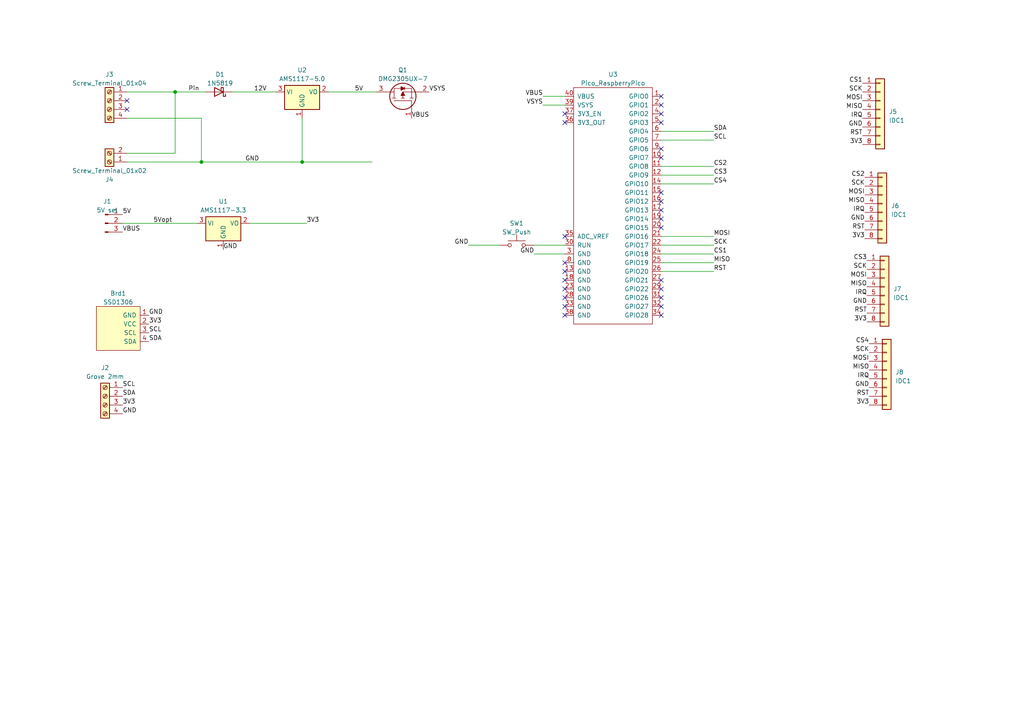
<source format=kicad_sch>
(kicad_sch (version 20230121) (generator eeschema)
  (paper "A4")
  (title_block (title "Pico Rfd 522 ") (date "2025-09-07") (rev "1."))
  (lib_symbols
    (symbol "Connector:Conn_01x03_Pin" (pin_names (offset 1.016) hide)
      (property "Reference" "J" (at 0 5.08 0))
      (property "Value" "Conn_01x03_Pin" (at 0 -5.08 0))
      (symbol "Conn_01x03_Pin_1_1"
        (polyline (pts (xy 1.27 -2.54) (xy 0.8636 -2.54)) (stroke (width 0.1524)))
        (polyline (pts (xy 1.27 0) (xy 0.8636 0)) (stroke (width 0.1524)))
        (polyline (pts (xy 1.27 2.54) (xy 0.8636 2.54)) (stroke (width 0.1524)))
        (rectangle (start 0.8636 -2.413) (end 0 -2.667) (stroke (width 0.1524)) (fill (type outline)))
        (rectangle (start 0.8636 0.127) (end 0 -0.127) (stroke (width 0.1524)) (fill (type outline)))
        (rectangle (start 0.8636 2.667) (end 0 2.413) (stroke (width 0.1524)) (fill (type outline)))
        (pin passive line (at 5.08 2.54 180) (length 3.81) (name "Pin_1") (number "1"))
        (pin passive line (at 5.08 0 180) (length 3.81) (name "Pin_2") (number "2"))
        (pin passive line (at 5.08 -2.54 180) (length 3.81) (name "Pin_3") (number "3"))
      )
    )
    (symbol "Connector:Screw_Terminal_01x02" (pin_names (offset 1.016) hide)
      (property "Reference" "J" (at 0 2.54 0))
      (property "Value" "Screw_Terminal_01x02" (at 0 -5.08 0))
      (symbol "Screw_Terminal_01x02_1_1"
        (rectangle (start -1.27 1.27) (end 1.27 -3.81) (stroke (width 0.254)) (fill (type background)))
        (circle (center 0 -2.54) (radius 0.635) (stroke (width 0.1524)))
        (polyline (pts (xy -0.5334 -2.2098) (xy 0.3302 -3.048)) (stroke (width 0.1524)))
        (polyline (pts (xy -0.5334 0.3302) (xy 0.3302 -0.508)) (stroke (width 0.1524)))
        (polyline (pts (xy -0.3556 -2.032) (xy 0.508 -2.8702)) (stroke (width 0.1524)))
        (polyline (pts (xy -0.3556 0.508) (xy 0.508 -0.3302)) (stroke (width 0.1524)))
        (circle (center 0 0) (radius 0.635) (stroke (width 0.1524)))
        (pin passive line (at -5.08 0 0) (length 3.81) (name "Pin_1") (number "1"))
        (pin passive line (at -5.08 -2.54 0) (length 3.81) (name "Pin_2") (number "2"))
      )
    )
    (symbol "Connector:Screw_Terminal_01x04" (pin_names (offset 1.016) hide)
      (property "Reference" "J" (at 0 5.08 0))
      (property "Value" "Screw_Terminal_01x04" (at 0 -7.62 0))
      (symbol "Screw_Terminal_01x04_1_1"
        (rectangle (start -1.27 3.81) (end 1.27 -6.35) (stroke (width 0.254)) (fill (type background)))
        (circle (center 0 -5.08) (radius 0.635) (stroke (width 0.1524)))
        (circle (center 0 -2.54) (radius 0.635) (stroke (width 0.1524)))
        (polyline (pts (xy -0.5334 -4.7498) (xy 0.3302 -5.588)) (stroke (width 0.1524)))
        (polyline (pts (xy -0.5334 -2.2098) (xy 0.3302 -3.048)) (stroke (width 0.1524)))
        (polyline (pts (xy -0.5334 0.3302) (xy 0.3302 -0.508)) (stroke (width 0.1524)))
        (polyline (pts (xy -0.5334 2.8702) (xy 0.3302 2.032)) (stroke (width 0.1524)))
        (polyline (pts (xy -0.3556 -4.572) (xy 0.508 -5.4102)) (stroke (width 0.1524)))
        (polyline (pts (xy -0.3556 -2.032) (xy 0.508 -2.8702)) (stroke (width 0.1524)))
        (polyline (pts (xy -0.3556 0.508) (xy 0.508 -0.3302)) (stroke (width 0.1524)))
        (polyline (pts (xy -0.3556 3.048) (xy 0.508 2.2098)) (stroke (width 0.1524)))
        (circle (center 0 0) (radius 0.635) (stroke (width 0.1524)))
        (circle (center 0 2.54) (radius 0.635) (stroke (width 0.1524)))
        (pin passive line (at -5.08 2.54 0) (length 3.81) (name "Pin_1") (number "1"))
        (pin passive line (at -5.08 0 0) (length 3.81) (name "Pin_2") (number "2"))
        (pin passive line (at -5.08 -2.54 0) (length 3.81) (name "Pin_3") (number "3"))
        (pin passive line (at -5.08 -5.08 0) (length 3.81) (name "Pin_4") (number "4"))
      )
    )
    (symbol "Connector_Generic:Conn_01x08" (pin_names (offset 1.016) hide)
      (property "Reference" "J" (at 0 10.16 0))
      (property "Value" "Conn_01x08" (at 0 -12.7 0))
      (symbol "Conn_01x08_1_1"
        (rectangle (start -1.27 -10.033) (end 0 -10.287) (stroke (width 0.1524)))
        (rectangle (start -1.27 -7.493) (end 0 -7.747) (stroke (width 0.1524)))
        (rectangle (start -1.27 -4.953) (end 0 -5.207) (stroke (width 0.1524)))
        (rectangle (start -1.27 -2.413) (end 0 -2.667) (stroke (width 0.1524)))
        (rectangle (start -1.27 0.127) (end 0 -0.127) (stroke (width 0.1524)))
        (rectangle (start -1.27 2.667) (end 0 2.413) (stroke (width 0.1524)))
        (rectangle (start -1.27 5.207) (end 0 4.953) (stroke (width 0.1524)))
        (rectangle (start -1.27 7.747) (end 0 7.493) (stroke (width 0.1524)))
        (rectangle (start -1.27 8.89) (end 1.27 -11.43) (stroke (width 0.254)) (fill (type background)))
        (pin passive line (at -5.08 7.62 0) (length 3.81) (name "Pin_1") (number "1"))
        (pin passive line (at -5.08 5.08 0) (length 3.81) (name "Pin_2") (number "2"))
        (pin passive line (at -5.08 2.54 0) (length 3.81) (name "Pin_3") (number "3"))
        (pin passive line (at -5.08 0 0) (length 3.81) (name "Pin_4") (number "4"))
        (pin passive line (at -5.08 -2.54 0) (length 3.81) (name "Pin_5") (number "5"))
        (pin passive line (at -5.08 -5.08 0) (length 3.81) (name "Pin_6") (number "6"))
        (pin passive line (at -5.08 -7.62 0) (length 3.81) (name "Pin_7") (number "7"))
        (pin passive line (at -5.08 -10.16 0) (length 3.81) (name "Pin_8") (number "8"))
      )
    )
    (symbol "DMG2305UX-7:DMG2305UX-7" (pin_names (offset 0.762))
      (property "Reference" "Q" (at 11.43 3.81 0))
      (property "Value" "DMG2305UX-7" (at 11.43 1.27 0))
      (symbol "DMG2305UX-7_0_0"
        (pin passive line (at 0 0 0) (length 2.54) (name "~") (number "1"))
        (pin passive line (at 7.62 -5.08 90) (length 2.54) (name "~") (number "2"))
        (pin passive line (at 7.62 10.16 270) (length 2.54) (name "~") (number "3"))
      )
      (symbol "DMG2305UX-7_0_1"
        (polyline (pts (xy 5.842 -0.508) (xy 5.842 0.508)) (stroke (width 0.1524)))
        (polyline (pts (xy 5.842 0) (xy 7.62 0)) (stroke (width 0.1524)))
        (polyline (pts (xy 5.842 2.032) (xy 5.842 3.048)) (stroke (width 0.1524)))
        (polyline (pts (xy 5.842 5.588) (xy 5.842 4.572)) (stroke (width 0.1524)))
        (polyline (pts (xy 7.62 2.54) (xy 5.842 2.54)) (stroke (width 0.1524)))
        (polyline (pts (xy 7.62 2.54) (xy 7.62 -2.54)) (stroke (width 0.1524)))
        (polyline (pts (xy 7.62 5.08) (xy 5.842 5.08)) (stroke (width 0.1524)))
        (polyline (pts (xy 7.62 5.08) (xy 7.62 7.62)) (stroke (width 0.1524)))
        (polyline (pts (xy 8.128 2.032) (xy 9.144 2.032)) (stroke (width 0.1524)))
        (polyline (pts (xy 2.54 0) (xy 5.08 0) (xy 5.08 5.08)) (stroke (width 0.1524)))
        (polyline (pts (xy 8.636 2.032) (xy 8.636 0) (xy 7.62 0)) (stroke (width 0.1524)))
        (polyline (pts (xy 8.636 3.048) (xy 8.636 5.08) (xy 7.62 5.08)) (stroke (width 0.1524)))
        (polyline (pts (xy 7.62 2.54) (xy 6.604 3.048) (xy 6.604 2.032) (xy 7.62 2.54)) (stroke (width 0.254)) (fill (type outline)))
        (polyline (pts (xy 8.636 2.032) (xy 8.128 3.048) (xy 9.144 3.048) (xy 8.636 2.032)) (stroke (width 0.254)) (fill (type outline)))
        (circle (center 6.35 2.54) (radius 3.81) (stroke (width 0.254)))
      )
    )
    (symbol "Diode:1N5819" (pin_numbers hide) (pin_names (offset 1.016) hide)
      (property "Reference" "D" (at 0 2.54 0))
      (property "Value" "1N5819" (at 0 -2.54 0))
      (symbol "1N5819_0_1"
        (polyline (pts (xy 1.27 0) (xy -1.27 0)))
        (polyline (pts (xy 1.27 1.27) (xy 1.27 -1.27) (xy -1.27 0) (xy 1.27 1.27)) (stroke (width 0.254)))
        (polyline (pts (xy -1.905 0.635) (xy -1.905 1.27) (xy -1.27 1.27) (xy -1.27 -1.27) (xy -0.635 -1.27) (xy -0.635 -0.635)) (stroke (width 0.254)))
      )
      (symbol "1N5819_1_1"
        (pin passive line (at -3.81 0 0) (length 2.54) (name "K") (number "1"))
        (pin passive line (at 3.81 0 180) (length 2.54) (name "A") (number "2"))
      )
    )
    (symbol "PicoNoSwd:RaspberryPico-Pico" (pin_names (offset 1.016))
      (property "Reference" "U" (at -21.59 3.81 0))
      (property "Value" "Pico_RaspberryPico" (at -15.24 -67.31 0))
      (symbol "RaspberryPico-Pico_0_1"
        (rectangle (start -22.86 2.54) (end 0 -66.04))
      )
      (symbol "RaspberryPico-Pico_1_1"
        (pin bidirectional line (at 2.54 0 180) (length 2.54) (name "GPIO0") (number "1"))
        (pin bidirectional line (at 2.54 -17.78 180) (length 2.54) (name "GPIO7") (number "10"))
        (pin bidirectional line (at 2.54 -20.32 180) (length 2.54) (name "GPIO8") (number "11"))
        (pin bidirectional line (at 2.54 -22.86 180) (length 2.54) (name "GPIO9") (number "12"))
        (pin power_in line (at -25.4 -50.8 0) (length 2.54) (name "GND") (number "13"))
        (pin bidirectional line (at 2.54 -25.4 180) (length 2.54) (name "GPIO10") (number "14"))
        (pin bidirectional line (at 2.54 -27.94 180) (length 2.54) (name "GPIO11") (number "15"))
        (pin bidirectional line (at 2.54 -30.48 180) (length 2.54) (name "GPIO12") (number "16"))
        (pin bidirectional line (at 2.54 -33.02 180) (length 2.54) (name "GPIO13") (number "17"))
        (pin power_in line (at -25.4 -53.34 0) (length 2.54) (name "GND") (number "18"))
        (pin bidirectional line (at 2.54 -35.56 180) (length 2.54) (name "GPIO14") (number "19"))
        (pin bidirectional line (at 2.54 -2.54 180) (length 2.54) (name "GPIO1") (number "2"))
        (pin bidirectional line (at 2.54 -38.1 180) (length 2.54) (name "GPIO15") (number "20"))
        (pin bidirectional line (at 2.54 -40.64 180) (length 2.54) (name "GPIO16") (number "21"))
        (pin bidirectional line (at 2.54 -43.18 180) (length 2.54) (name "GPIO17") (number "22"))
        (pin power_in line (at -25.4 -55.88 0) (length 2.54) (name "GND") (number "23"))
        (pin bidirectional line (at 2.54 -45.72 180) (length 2.54) (name "GPIO18") (number "24"))
        (pin bidirectional line (at 2.54 -48.26 180) (length 2.54) (name "GPIO19") (number "25"))
        (pin bidirectional line (at 2.54 -50.8 180) (length 2.54) (name "GPIO20") (number "26"))
        (pin bidirectional line (at 2.54 -53.34 180) (length 2.54) (name "GPIO21") (number "27"))
        (pin power_in line (at -25.4 -58.42 0) (length 2.54) (name "GND") (number "28"))
        (pin bidirectional line (at 2.54 -55.88 180) (length 2.54) (name "GPIO22") (number "29"))
        (pin power_in line (at -25.4 -45.72 0) (length 2.54) (name "GND") (number "3"))
        (pin input line (at -25.4 -43.18 0) (length 2.54) (name "RUN") (number "30"))
        (pin bidirectional line (at 2.54 -58.42 180) (length 2.54) (name "GPIO26") (number "31"))
        (pin bidirectional line (at 2.54 -60.96 180) (length 2.54) (name "GPIO27") (number "32"))
        (pin power_in line (at -25.4 -60.96 0) (length 2.54) (name "GND") (number "33"))
        (pin bidirectional line (at 2.54 -63.5 180) (length 2.54) (name "GPIO28") (number "34"))
        (pin input line (at -25.4 -40.64 0) (length 2.54) (name "ADC_VREF") (number "35"))
        (pin power_out line (at -25.4 -7.62 0) (length 2.54) (name "3V3_OUT") (number "36"))
        (pin input line (at -25.4 -5.08 0) (length 2.54) (name "3V3_EN") (number "37"))
        (pin power_in line (at -25.4 -63.5 0) (length 2.54) (name "GND") (number "38"))
        (pin power_in line (at -25.4 -2.54 0) (length 2.54) (name "VSYS") (number "39"))
        (pin bidirectional line (at 2.54 -5.08 180) (length 2.54) (name "GPIO2") (number "4"))
        (pin power_in line (at -25.4 0 0) (length 2.54) (name "VBUS") (number "40"))
        (pin bidirectional line (at 2.54 -7.62 180) (length 2.54) (name "GPIO3") (number "5"))
        (pin bidirectional line (at 2.54 -10.16 180) (length 2.54) (name "GPIO4") (number "6"))
        (pin bidirectional line (at 2.54 -12.7 180) (length 2.54) (name "GPIO5") (number "7"))
        (pin power_in line (at -25.4 -48.26 0) (length 2.54) (name "GND") (number "8"))
        (pin bidirectional line (at 2.54 -15.24 180) (length 2.54) (name "GPIO6") (number "9"))
      )
    )
    (symbol "Regulator_Linear:AMS1117-3.3"
      (property "Reference" "U" (at -3.81 3.175 0))
      (property "Value" "AMS1117-3.3" (at 0 3.175 0))
      (symbol "AMS1117-3.3_0_1"
        (rectangle (start -5.08 -5.08) (end 5.08 1.905) (stroke (width 0.254)) (fill (type background)))
      )
      (symbol "AMS1117-3.3_1_1"
        (pin power_in line (at 0 -7.62 90) (length 2.54) (name "GND") (number "1"))
        (pin power_out line (at 7.62 0 180) (length 2.54) (name "VO") (number "2"))
        (pin power_in line (at -7.62 0 0) (length 2.54) (name "VI") (number "3"))
      )
    )
    (symbol "Regulator_Linear:AMS1117-5.0"
      (property "Reference" "U" (at -3.81 3.175 0))
      (property "Value" "AMS1117-5.0" (at 0 3.175 0))
      (symbol "AMS1117-5.0_0_1"
        (rectangle (start -5.08 -5.08) (end 5.08 1.905) (stroke (width 0.254)) (fill (type background)))
      )
      (symbol "AMS1117-5.0_1_1"
        (pin power_in line (at 0 -7.62 90) (length 2.54) (name "GND") (number "1"))
        (pin power_out line (at 7.62 0 180) (length 2.54) (name "VO") (number "2"))
        (pin power_in line (at -7.62 0 0) (length 2.54) (name "VI") (number "3"))
      )
    )
    (symbol "SSD1306:SSD1306" (pin_names (offset 1.016))
      (property "Reference" "Brd" (at 0 -3.81 0))
      (property "Value" "SSD1306" (at 0 -1.27 0))
      (symbol "SSD1306_0_1"
        (rectangle (start -6.35 6.35) (end 6.35 -6.35) (fill (type background)))
      )
      (symbol "SSD1306_1_1"
        (pin input line (at -3.81 8.89 270) (length 2.54) (name "GND") (number "1"))
        (pin input line (at -1.27 8.89 270) (length 2.54) (name "VCC") (number "2"))
        (pin input line (at 1.27 8.89 270) (length 2.54) (name "SCL") (number "3"))
        (pin input line (at 3.81 8.89 270) (length 2.54) (name "SDA") (number "4"))
      )
    )
    (symbol "Switch:SW_Push" (pin_numbers hide) (pin_names (offset 1.016) hide)
      (property "Reference" "SW" (at 1.27 2.54 0))
      (property "Value" "SW_Push" (at 0 -1.524 0))
      (symbol "SW_Push_0_1"
        (circle (center -2.032 0) (radius 0.508))
        (polyline (pts (xy 0 1.27) (xy 0 3.048)))
        (polyline (pts (xy 2.54 1.27) (xy -2.54 1.27)))
        (circle (center 2.032 0) (radius 0.508))
        (pin passive line (at -5.08 0 0) (length 2.54) (name "1") (number "1"))
        (pin passive line (at 5.08 0 180) (length 2.54) (name "2") (number "2"))
      )
    )
  )
  (junction (at 58.42 46.99))
  (junction (at 50.8 26.67))
  (junction (at 87.63 46.99))
  (no_connect (at 191.77 83.82))
  (no_connect (at 163.83 33.02))
  (no_connect (at 163.83 91.44))
  (no_connect (at 191.77 30.48))
  (no_connect (at 163.83 83.82))
  (no_connect (at 191.77 66.04))
  (no_connect (at 163.83 78.74))
  (no_connect (at 36.83 29.21))
  (no_connect (at 163.83 76.2))
  (no_connect (at 163.83 81.28))
  (no_connect (at 191.77 60.96))
  (no_connect (at 191.77 88.9))
  (no_connect (at 163.83 86.36))
  (no_connect (at 163.83 68.58))
  (no_connect (at 191.77 33.02))
  (no_connect (at 191.77 45.72))
  (no_connect (at 163.83 35.56))
  (no_connect (at 191.77 91.44))
  (no_connect (at 191.77 63.5))
  (no_connect (at 191.77 27.94))
  (no_connect (at 163.83 88.9))
  (no_connect (at 191.77 58.42))
  (no_connect (at 191.77 86.36))
  (no_connect (at 191.77 35.56))
  (no_connect (at 191.77 55.88))
  (no_connect (at 36.83 31.75))
  (no_connect (at 191.77 43.18))
  (no_connect (at 191.77 81.28))
  (wire (pts (xy 36.83 46.99) (xy 58.42 46.99)))
  (wire (pts (xy 50.8 26.67) (xy 59.69 26.67)))
  (wire (pts (xy 191.77 71.12) (xy 207.01 71.12)))
  (wire (pts (xy 95.25 26.67) (xy 109.22 26.67)))
  (wire (pts (xy 157.48 27.94) (xy 163.83 27.94)))
  (wire (pts (xy 135.89 71.12) (xy 144.78 71.12)))
  (wire (pts (xy 157.48 30.48) (xy 163.83 30.48)))
  (wire (pts (xy 87.63 34.29) (xy 87.63 46.99)))
  (wire (pts (xy 58.42 34.29) (xy 58.42 46.99)))
  (wire (pts (xy 191.77 40.64) (xy 207.01 40.64)))
  (wire (pts (xy 36.83 34.29) (xy 58.42 34.29)))
  (wire (pts (xy 191.77 78.74) (xy 207.01 78.74)))
  (wire (pts (xy 191.77 53.34) (xy 207.01 53.34)))
  (wire (pts (xy 36.83 44.45) (xy 50.8 44.45)))
  (wire (pts (xy 35.56 64.77) (xy 57.15 64.77)))
  (wire (pts (xy 154.94 73.66) (xy 163.83 73.66)))
  (wire (pts (xy 72.39 64.77) (xy 88.9 64.77)))
  (wire (pts (xy 191.77 68.58) (xy 207.01 68.58)))
  (wire (pts (xy 154.94 71.12) (xy 163.83 71.12)))
  (wire (pts (xy 191.77 48.26) (xy 207.01 48.26)))
  (wire (pts (xy 191.77 38.1) (xy 207.01 38.1)))
  (wire (pts (xy 191.77 73.66) (xy 207.01 73.66)))
  (wire (pts (xy 58.42 46.99) (xy 87.63 46.99)))
  (wire (pts (xy 36.83 26.67) (xy 50.8 26.67)))
  (wire (pts (xy 50.8 44.45) (xy 50.8 26.67)))
  (wire (pts (xy 191.77 76.2) (xy 207.01 76.2)))
  (wire (pts (xy 67.31 26.67) (xy 80.01 26.67)))
  (wire (pts (xy 87.63 46.99) (xy 107.95 46.99)))
  (wire (pts (xy 191.77 50.8) (xy 207.01 50.8)))
  (label "12V" (at 73.66 26.67 0))
  (label "SDA" (at 35.56 114.935 0))
  (label "SCK" (at 207.01 71.12 0))
  (label "GND" (at 250.825 64.135 180))
  (label "MOSI" (at 251.46 80.645 180))
  (label "SCL" (at 35.56 112.395 0))
  (label "MISO" (at 250.19 31.75 180))
  (label "3V3" (at 43.18 93.98 0))
  (label "SCK" (at 250.825 53.975 180))
  (label "IRQ" (at 252.095 109.855 180))
  (label "CS3" (at 251.46 75.565 180))
  (label "RST" (at 207.01 78.74 0))
  (label "GND" (at 135.89 71.12 180))
  (label "RST" (at 250.19 39.37 180))
  (label "SCK" (at 251.46 78.105 180))
  (label "GND" (at 64.77 72.39 0))
  (label "VBUS" (at 35.56 67.31 0))
  (label "VSYS" (at 124.46 26.67 0))
  (label "CS4" (at 252.095 99.695 180))
  (label "SCL" (at 43.18 96.52 0))
  (label "3V3" (at 252.095 117.475 180))
  (label "MOSI" (at 250.19 29.21 180))
  (label "5Vopt" (at 44.45 64.77 0))
  (label "Pin" (at 54.61 26.67 0))
  (label "CS2" (at 207.01 48.26 0))
  (label "3V3" (at 35.56 117.475 0))
  (label "CS3" (at 207.01 50.8 0))
  (label "SDA" (at 43.18 99.06 0))
  (label "MOSI" (at 207.01 68.58 0))
  (label "MISO" (at 252.095 107.315 180))
  (label "CS2" (at 250.825 51.435 180))
  (label "3V3" (at 88.9 64.77 0))
  (label "3V3" (at 250.19 41.91 180))
  (label "VBUS" (at 119.38 34.29 0))
  (label "MISO" (at 250.825 59.055 180))
  (label "RST" (at 252.095 114.935 180))
  (label "CS1" (at 207.01 73.66 0))
  (label "RST" (at 250.825 66.675 180))
  (label "SDA" (at 207.01 38.1 0))
  (label "GND" (at 250.19 36.83 180))
  (label "SCL" (at 207.01 40.64 0))
  (label "GND" (at 251.46 88.265 180))
  (label "3V3" (at 250.825 69.215 180))
  (label "RST" (at 251.46 90.805 180))
  (label "CS1" (at 250.19 24.13 180))
  (label "GND" (at 43.18 91.44 0))
  (label "MISO" (at 207.01 76.2 0))
  (label "IRQ" (at 250.825 61.595 180))
  (label "5V" (at 102.87 26.67 0))
  (label "IRQ" (at 250.19 34.29 180))
  (label "GND" (at 154.94 73.66 180))
  (label "MOSI" (at 252.095 104.775 180))
  (label "MISO" (at 251.46 83.185 180))
  (label "5V" (at 35.56 62.23 0))
  (label "GND" (at 252.095 112.395 180))
  (label "CS4" (at 207.01 53.34 0))
  (label "SCK" (at 250.19 26.67 180))
  (label "IRQ" (at 251.46 85.725 180))
  (label "VBUS" (at 157.48 27.94 180))
  (label "SCK" (at 252.095 102.235 180))
  (label "GND" (at 35.56 120.015 0))
  (label "MOSI" (at 250.825 56.515 180))
  (label "3V3" (at 251.46 93.345 180))
  (label "GND" (at 71.12 46.99 0))
  (label "VSYS" (at 157.48 30.48 180))
  (symbol (lib_id "Connector:Conn_01x03_Pin") (at 30.48 64.77 0) (unit 1)
    (property "Reference" "J1" (at 31.115 58.42 0))
    (property "Value" "5V sel" (at 31.115 60.96 0))
    (property "Footprint" "Connector_PinHeader_2.54mm:PinHeader_1x03_P2.54mm_Vertical" (effects hide))
  )
  (symbol (lib_id "Connector:Screw_Terminal_01x04") (at 31.75 29.21 0) (mirror y) (unit 1)
    (property "Reference" "J3" (at 31.75 21.59 0))
    (property "Value" "Screw_Terminal_01x04" (at 31.75 24.13 0))
    (property "Footprint" "TerminalBlock_Phoenix:TerminalBlock_Phoenix_PT-1,5-4-3.5-H_1x04_P3.50mm_Horizontal" (effects hide))
  )
  (symbol (lib_id "Connector_Generic:Conn_01x08") (at 256.54 83.185 0) (unit 1)
    (property "Reference" "J7" (at 259.08 83.82 0) (effects (justify left)))
    (property "Value" "IDC1" (at 259.08 86.36 0) (effects (justify left)))
    (property "Footprint" "Connector_IDC:IDC-Header_2x04_P2.54mm_Vertical" (effects hide))
  )
  (symbol (lib_id "DMG2305UX-7:DMG2305UX-7") (at 119.38 34.29 90) (unit 1)
    (property "Reference" "Q1" (at 116.84 20.32 90))
    (property "Value" "DMG2305UX-7" (at 116.84 22.86 90))
    (property "Footprint" "DMG2305UX-7:SOT96P240X110-3N" (effects hide))
    (property "Datasheet" "https://www.diodes.com/assets/Datasheets/DMG2305UX.pdf" (effects hide))
    (property "Description" "MOSFET P-Ch 20V 5A Enhancement SOT23 Diodes Inc DMG2305UX-7 P-channel MOSFET Transistor, -3.3 A, -20 V, 3-Pin SOT-23" (effects hide))
    (property "Height" "1.1" (effects hide))
    (property "Mouser Part Number" "621-DMG2305UX-7" (effects hide))
    (property "Mouser Price/Stock" "https://www.mouser.co.uk/ProductDetail/Diodes-Incorporated/DMG2305UX-7?qs=L1DZKBg7t5F%2FNBHrjfxC%252Bg%3D%3D" (effects hide))
    (property "Manufacturer_Name" "Diodes Inc." (effects hide))
    (property "Manufacturer_Part_Number" "DMG2305UX-7" (effects hide))
  )
  (symbol (lib_id "Switch:SW_Push") (at 149.86 71.12 0) (unit 1)
    (property "Reference" "SW1" (at 149.86 64.77 0))
    (property "Value" "SW_Push" (at 149.86 67.31 0))
    (property "Footprint" "Button_Switch_SMD:SW_Tactile_SPST_NO_Straight_CK_PTS636Sx25SMTRLFS" (effects hide))
  )
  (symbol (lib_id "Diode:1N5819") (at 63.5 26.67 180) (unit 1)
    (property "Reference" "D1" (at 63.8175 21.59 0))
    (property "Value" "1N5819" (at 63.8175 24.13 0))
    (property "Footprint" "Diode_THT:D_DO-41_SOD81_P10.16mm_Horizontal" (effects hide))
    (property "Datasheet" "http://www.vishay.com/docs/88525/1n5817.pdf" (effects hide))
  )
  (symbol (lib_id "SSD1306:SSD1306") (at 34.29 95.25 270) (unit 1)
    (property "Reference" "Brd1" (at 34.29 85.09 90))
    (property "Value" "SSD1306" (at 34.29 87.63 90))
    (property "Footprint" "SSD1306:128x64OLED" (effects hide))
  )
  (symbol (lib_id "Connector_Generic:Conn_01x08") (at 255.27 31.75 0) (unit 1)
    (property "Reference" "J5" (at 257.81 32.385 0) (effects (justify left)))
    (property "Value" "IDC1" (at 257.81 34.925 0) (effects (justify left)))
    (property "Footprint" "Connector_IDC:IDC-Header_2x04_P2.54mm_Vertical" (effects hide))
  )
  (symbol (lib_id "Connector:Screw_Terminal_01x02") (at 31.75 46.99 180) (unit 1)
    (property "Reference" "J4" (at 31.75 52.07 0))
    (property "Value" "Screw_Terminal_01x02" (at 31.75 49.53 0))
    (property "Footprint" "TerminalBlock_Phoenix:TerminalBlock_Phoenix_PT-1,5-2-3.5-H_1x02_P3.50mm_Horizontal" (effects hide))
  )
  (symbol (lib_id "Regulator_Linear:AMS1117-5.0") (at 87.63 26.67 0) (unit 1)
    (property "Reference" "U2" (at 87.63 20.32 0))
    (property "Value" "AMS1117-5.0" (at 87.63 22.86 0))
    (property "Footprint" "Package_TO_SOT_SMD:SOT-223-3_TabPin2" (effects hide))
    (property "Datasheet" "http://www.advanced-monolithic.com/pdf/ds1117.pdf" (effects hide))
  )
  (symbol (lib_id "PicoNoSwd:RaspberryPico-Pico") (at 189.23 27.94 0) (unit 1)
    (property "Reference" "U3" (at 177.8 21.59 0))
    (property "Value" "Pico_RaspberryPico" (at 177.8 24.13 0))
    (property "Footprint" "PicoNoSwd:RaspberryPico_TH_NoSWD" (effects hide))
  )
  (symbol (lib_id "Connector:Screw_Terminal_01x04") (at 30.48 114.935 0) (mirror y) (unit 1)
    (property "Reference" "J2" (at 30.48 106.68 0))
    (property "Value" "Grove 2mm" (at 30.48 109.22 0))
    (property "Footprint" "Seed Grove etc:HW4-2.0" (effects hide))
  )
  (symbol (lib_id "Connector_Generic:Conn_01x08") (at 255.905 59.055 0) (unit 1)
    (property "Reference" "J6" (at 258.445 59.69 0) (effects (justify left)))
    (property "Value" "IDC1" (at 258.445 62.23 0) (effects (justify left)))
    (property "Footprint" "Connector_IDC:IDC-Header_2x04_P2.54mm_Vertical" (effects hide))
  )
  (symbol (lib_id "Regulator_Linear:AMS1117-3.3") (at 64.77 64.77 0) (unit 1)
    (property "Reference" "U1" (at 64.77 58.42 0))
    (property "Value" "AMS1117-3.3" (at 64.77 60.96 0))
    (property "Footprint" "Package_TO_SOT_SMD:SOT-223-3_TabPin2" (effects hide))
    (property "Datasheet" "http://www.advanced-monolithic.com/pdf/ds1117.pdf" (effects hide))
  )
  (symbol (lib_id "Connector_Generic:Conn_01x08") (at 257.175 107.315 0) (unit 1)
    (property "Reference" "J8" (at 259.715 107.95 0) (effects (justify left)))
    (property "Value" "IDC1" (at 259.715 110.49 0) (effects (justify left)))
    (property "Footprint" "Connector_IDC:IDC-Header_2x04_P2.54mm_Vertical" (effects hide))
  )
)
</source>
